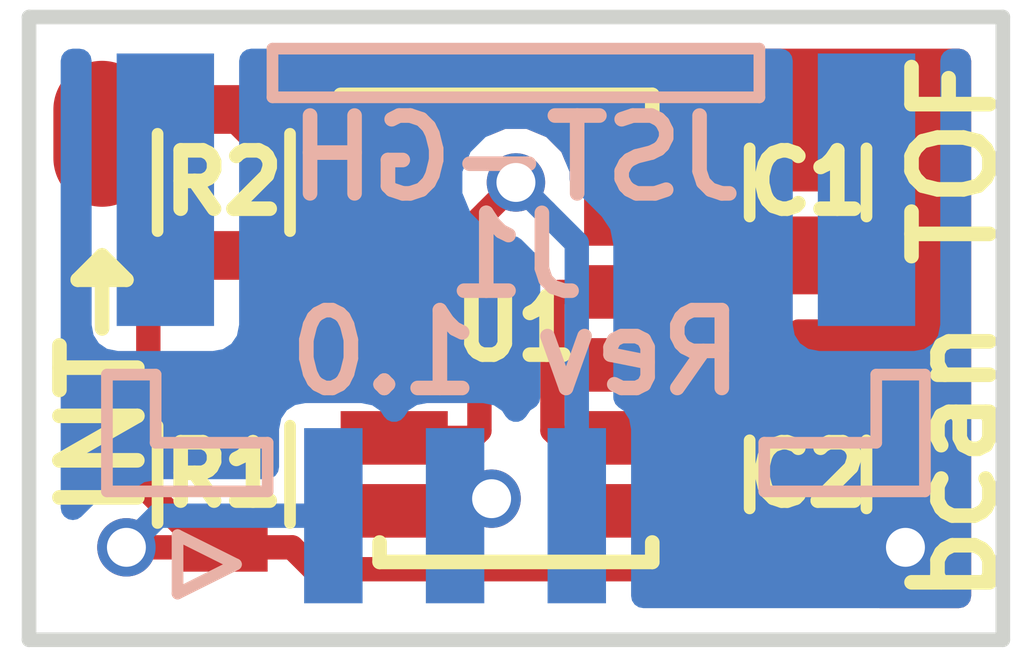
<source format=kicad_pcb>
(kicad_pcb (version 4) (host pcbnew 4.0.6)

  (general
    (links 15)
    (no_connects 0)
    (area 144.407143 94.7 155.575 104.575)
    (thickness 0.8)
    (drawings 12)
    (tracks 57)
    (zones 0)
    (modules 7)
    (nets 11)
  )

  (page A4)
  (title_block
    (title "TOF Sensor")
    (date 2017-03-22)
    (rev 1.0)
    (company "ECE 445")
  )

  (layers
    (0 F.Cu signal)
    (31 B.Cu signal)
    (32 B.Adhes user)
    (33 F.Adhes user)
    (34 B.Paste user)
    (35 F.Paste user)
    (36 B.SilkS user)
    (37 F.SilkS user)
    (38 B.Mask user)
    (39 F.Mask user)
    (40 Dwgs.User user)
    (41 Cmts.User user)
    (42 Eco1.User user)
    (43 Eco2.User user)
    (44 Edge.Cuts user)
    (45 Margin user)
    (46 B.CrtYd user)
    (47 F.CrtYd user)
    (48 B.Fab user hide)
    (49 F.Fab user hide)
  )

  (setup
    (last_trace_width 0.25)
    (trace_clearance 0.2)
    (zone_clearance 0.25)
    (zone_45_only no)
    (trace_min 0.2)
    (segment_width 0.2)
    (edge_width 0.15)
    (via_size 0.6)
    (via_drill 0.4)
    (via_min_size 0.4)
    (via_min_drill 0.3)
    (uvia_size 0.3)
    (uvia_drill 0.1)
    (uvias_allowed no)
    (uvia_min_size 0.2)
    (uvia_min_drill 0.1)
    (pcb_text_width 0.3)
    (pcb_text_size 1.5 1.5)
    (mod_edge_width 0.15)
    (mod_text_size 1 1)
    (mod_text_width 0.15)
    (pad_size 1 1.5)
    (pad_drill 0)
    (pad_to_mask_clearance 0.2)
    (aux_axis_origin 0 0)
    (visible_elements FFFFFF7F)
    (pcbplotparams
      (layerselection 0x010f0_80000001)
      (usegerberextensions true)
      (excludeedgelayer true)
      (linewidth 0.100000)
      (plotframeref false)
      (viasonmask false)
      (mode 1)
      (useauxorigin false)
      (hpglpennumber 1)
      (hpglpenspeed 20)
      (hpglpendiameter 15)
      (hpglpenoverlay 2)
      (psnegative false)
      (psa4output false)
      (plotreference true)
      (plotvalue true)
      (plotinvisibletext false)
      (padsonsilk false)
      (subtractmaskfromsilk false)
      (outputformat 1)
      (mirror false)
      (drillshape 0)
      (scaleselection 1)
      (outputdirectory gerbers))
  )

  (net 0 "")
  (net 1 +2V8)
  (net 2 GND)
  (net 3 /SDA)
  (net 4 /SCL)
  (net 5 "Net-(R1-Pad2)")
  (net 6 /INT)
  (net 7 "Net-(U1-Pad2)")
  (net 8 "Net-(U1-Pad3)")
  (net 9 "Net-(U1-Pad7)")
  (net 10 "Net-(U1-Pad11)")

  (net_class Default "This is the default net class."
    (clearance 0.2)
    (trace_width 0.25)
    (via_dia 0.6)
    (via_drill 0.4)
    (uvia_dia 0.3)
    (uvia_drill 0.1)
    (add_net +2V8)
    (add_net /INT)
    (add_net /SCL)
    (add_net /SDA)
    (add_net GND)
    (add_net "Net-(R1-Pad2)")
    (add_net "Net-(U1-Pad11)")
    (add_net "Net-(U1-Pad2)")
    (add_net "Net-(U1-Pad3)")
    (add_net "Net-(U1-Pad7)")
  )

  (module Connectors_JST:JST_GH_BM04B-GHS-TBT_04x1.25mm_Straight (layer B.Cu) (tedit 58D2A224) (tstamp 58D1A73B)
    (at 150 100.25)
    (descr "JST GH series connector, BM04B-GHS-TBT, top entry type")
    (tags "connector jst GH SMT top vertical entry 1.25mm pitch")
    (path /58D7504A)
    (attr smd)
    (fp_text reference J1 (at 0 -1) (layer B.SilkS)
      (effects (font (size 0.8 0.8) (thickness 0.15)) (justify mirror))
    )
    (fp_text value TOF (at 0 -4.575) (layer B.Fab)
      (effects (font (size 1 1) (thickness 0.15)) (justify mirror))
    )
    (fp_text user %R (at 0 -1.825) (layer B.Fab)
      (effects (font (size 1 1) (thickness 0.15)) (justify mirror))
    )
    (fp_line (start -4.1 1.3) (end -4.1 -2.95) (layer B.Fab) (width 0.1))
    (fp_line (start -4.1 -2.95) (end 4.1 -2.95) (layer B.Fab) (width 0.1))
    (fp_line (start 4.1 -2.95) (end 4.1 1.3) (layer B.Fab) (width 0.1))
    (fp_line (start 4.1 1.3) (end -4.1 1.3) (layer B.Fab) (width 0.1))
    (fp_line (start -2.5 -3.125) (end 2.5 -3.125) (layer B.SilkS) (width 0.12))
    (fp_line (start 2.5 -3.125) (end 2.5 -2.625) (layer B.SilkS) (width 0.12))
    (fp_line (start 2.5 -2.625) (end -2.5 -2.625) (layer B.SilkS) (width 0.12))
    (fp_line (start -2.5 -2.625) (end -2.5 -3.125) (layer B.SilkS) (width 0.12))
    (fp_line (start -4.2 0.225) (end -4.2 1.425) (layer B.SilkS) (width 0.12))
    (fp_line (start -4.2 1.425) (end -2.55 1.425) (layer B.SilkS) (width 0.12))
    (fp_line (start -2.55 1.425) (end -2.55 0.925) (layer B.SilkS) (width 0.12))
    (fp_line (start -2.55 0.925) (end -3.7 0.925) (layer B.SilkS) (width 0.12))
    (fp_line (start -3.7 0.925) (end -3.7 0.225) (layer B.SilkS) (width 0.12))
    (fp_line (start -3.7 0.225) (end -4.2 0.225) (layer B.SilkS) (width 0.12))
    (fp_line (start 4.2 0.225) (end 4.2 1.425) (layer B.SilkS) (width 0.12))
    (fp_line (start 4.2 1.425) (end 2.55 1.425) (layer B.SilkS) (width 0.12))
    (fp_line (start 2.55 1.425) (end 2.55 0.925) (layer B.SilkS) (width 0.12))
    (fp_line (start 2.55 0.925) (end 3.7 0.925) (layer B.SilkS) (width 0.12))
    (fp_line (start 3.7 0.925) (end 3.7 0.225) (layer B.SilkS) (width 0.12))
    (fp_line (start 3.7 0.225) (end 4.2 0.225) (layer B.SilkS) (width 0.12))
    (fp_line (start -2.875 2.175) (end -3.475 2.475) (layer B.SilkS) (width 0.12))
    (fp_line (start -3.475 2.475) (end -3.475 1.875) (layer B.SilkS) (width 0.12))
    (fp_line (start -3.475 1.875) (end -2.875 2.175) (layer B.SilkS) (width 0.12))
    (fp_line (start -2.875 2.175) (end -3.475 2.475) (layer B.Fab) (width 0.1))
    (fp_line (start -3.475 2.475) (end -3.475 1.875) (layer B.Fab) (width 0.1))
    (fp_line (start -3.475 1.875) (end -2.875 2.175) (layer B.Fab) (width 0.1))
    (fp_line (start -2.125 -0.325) (end -2.125 -0.825) (layer B.Fab) (width 0.1))
    (fp_line (start -2.125 -0.825) (end -1.625 -0.825) (layer B.Fab) (width 0.1))
    (fp_line (start -1.625 -0.825) (end -1.625 -0.325) (layer B.Fab) (width 0.1))
    (fp_line (start -1.625 -0.325) (end -2.125 -0.325) (layer B.Fab) (width 0.1))
    (fp_line (start -0.875 -0.325) (end -0.875 -0.825) (layer B.Fab) (width 0.1))
    (fp_line (start -0.875 -0.825) (end -0.375 -0.825) (layer B.Fab) (width 0.1))
    (fp_line (start -0.375 -0.825) (end -0.375 -0.325) (layer B.Fab) (width 0.1))
    (fp_line (start -0.375 -0.325) (end -0.875 -0.325) (layer B.Fab) (width 0.1))
    (fp_line (start 0.375 -0.325) (end 0.375 -0.825) (layer B.Fab) (width 0.1))
    (fp_line (start 0.375 -0.825) (end 0.875 -0.825) (layer B.Fab) (width 0.1))
    (fp_line (start 0.875 -0.825) (end 0.875 -0.325) (layer B.Fab) (width 0.1))
    (fp_line (start 0.875 -0.325) (end 0.375 -0.325) (layer B.Fab) (width 0.1))
    (fp_line (start 1.625 -0.325) (end 1.625 -0.825) (layer B.Fab) (width 0.1))
    (fp_line (start 1.625 -0.825) (end 2.125 -0.825) (layer B.Fab) (width 0.1))
    (fp_line (start 2.125 -0.825) (end 2.125 -0.325) (layer B.Fab) (width 0.1))
    (fp_line (start 2.125 -0.325) (end 1.625 -0.325) (layer B.Fab) (width 0.1))
    (fp_line (start -4.6 3.05) (end -4.6 -3.6) (layer B.CrtYd) (width 0.05))
    (fp_line (start -4.6 -3.6) (end 4.6 -3.6) (layer B.CrtYd) (width 0.05))
    (fp_line (start 4.6 -3.6) (end 4.6 3.05) (layer B.CrtYd) (width 0.05))
    (fp_line (start 4.6 3.05) (end -4.6 3.05) (layer B.CrtYd) (width 0.05))
    (pad 1 smd rect (at -1.875 1.675) (size 0.6 1.8) (layers B.Cu B.Paste B.Mask)
      (net 1 +2V8))
    (pad 2 smd rect (at -0.625 1.675) (size 0.6 1.8) (layers B.Cu B.Paste B.Mask)
      (net 3 /SDA))
    (pad 3 smd rect (at 0.625 1.675) (size 0.6 1.8) (layers B.Cu B.Paste B.Mask)
      (net 4 /SCL))
    (pad 4 smd rect (at 1.875 1.675) (size 0.6 1.8) (layers B.Cu B.Paste B.Mask)
      (net 2 GND))
    (pad "" smd rect (at 3.6 -1.675) (size 1 2.8) (layers B.Cu B.Paste B.Mask))
    (pad "" smd rect (at -3.6 -1.675) (size 1 2.8) (layers B.Cu B.Paste B.Mask))
  )

  (module Capacitors_SMD:C_0603 (layer F.Cu) (tedit 58D1A24D) (tstamp 58D1A818)
    (at 153 98.5 90)
    (descr "Capacitor SMD 0603, reflow soldering, AVX (see smccp.pdf)")
    (tags "capacitor 0603")
    (path /58D74CFA)
    (attr smd)
    (fp_text reference C1 (at 0 0 180) (layer F.SilkS)
      (effects (font (size 0.6 0.6) (thickness 0.15)))
    )
    (fp_text value 100n (at 0 1.5 90) (layer F.Fab)
      (effects (font (size 1 1) (thickness 0.15)))
    )
    (fp_text user %R (at 0 -1.5 90) (layer F.Fab)
      (effects (font (size 1 1) (thickness 0.15)))
    )
    (fp_line (start -0.8 0.4) (end -0.8 -0.4) (layer F.Fab) (width 0.1))
    (fp_line (start 0.8 0.4) (end -0.8 0.4) (layer F.Fab) (width 0.1))
    (fp_line (start 0.8 -0.4) (end 0.8 0.4) (layer F.Fab) (width 0.1))
    (fp_line (start -0.8 -0.4) (end 0.8 -0.4) (layer F.Fab) (width 0.1))
    (fp_line (start -0.35 -0.6) (end 0.35 -0.6) (layer F.SilkS) (width 0.12))
    (fp_line (start 0.35 0.6) (end -0.35 0.6) (layer F.SilkS) (width 0.12))
    (fp_line (start -1.4 -0.65) (end 1.4 -0.65) (layer F.CrtYd) (width 0.05))
    (fp_line (start -1.4 -0.65) (end -1.4 0.65) (layer F.CrtYd) (width 0.05))
    (fp_line (start 1.4 0.65) (end 1.4 -0.65) (layer F.CrtYd) (width 0.05))
    (fp_line (start 1.4 0.65) (end -1.4 0.65) (layer F.CrtYd) (width 0.05))
    (pad 1 smd rect (at -0.75 0 90) (size 0.8 0.75) (layers F.Cu F.Paste F.Mask)
      (net 1 +2V8))
    (pad 2 smd rect (at 0.75 0 90) (size 0.8 0.75) (layers F.Cu F.Paste F.Mask)
      (net 2 GND))
    (model Capacitors_SMD.3dshapes/C_0603.wrl
      (at (xyz 0 0 0))
      (scale (xyz 1 1 1))
      (rotate (xyz 0 0 0))
    )
  )

  (module Capacitors_SMD:C_0603 (layer F.Cu) (tedit 58D1A259) (tstamp 58D1A81D)
    (at 153 101.5 90)
    (descr "Capacitor SMD 0603, reflow soldering, AVX (see smccp.pdf)")
    (tags "capacitor 0603")
    (path /58D74CCF)
    (attr smd)
    (fp_text reference C2 (at 0 0 180) (layer F.SilkS)
      (effects (font (size 0.6 0.6) (thickness 0.15)))
    )
    (fp_text value 4u7 (at 0 1.5 90) (layer F.Fab)
      (effects (font (size 1 1) (thickness 0.15)))
    )
    (fp_text user %R (at 0 -1.5 90) (layer F.Fab)
      (effects (font (size 1 1) (thickness 0.15)))
    )
    (fp_line (start -0.8 0.4) (end -0.8 -0.4) (layer F.Fab) (width 0.1))
    (fp_line (start 0.8 0.4) (end -0.8 0.4) (layer F.Fab) (width 0.1))
    (fp_line (start 0.8 -0.4) (end 0.8 0.4) (layer F.Fab) (width 0.1))
    (fp_line (start -0.8 -0.4) (end 0.8 -0.4) (layer F.Fab) (width 0.1))
    (fp_line (start -0.35 -0.6) (end 0.35 -0.6) (layer F.SilkS) (width 0.12))
    (fp_line (start 0.35 0.6) (end -0.35 0.6) (layer F.SilkS) (width 0.12))
    (fp_line (start -1.4 -0.65) (end 1.4 -0.65) (layer F.CrtYd) (width 0.05))
    (fp_line (start -1.4 -0.65) (end -1.4 0.65) (layer F.CrtYd) (width 0.05))
    (fp_line (start 1.4 0.65) (end 1.4 -0.65) (layer F.CrtYd) (width 0.05))
    (fp_line (start 1.4 0.65) (end -1.4 0.65) (layer F.CrtYd) (width 0.05))
    (pad 1 smd rect (at -0.75 0 90) (size 0.8 0.75) (layers F.Cu F.Paste F.Mask)
      (net 1 +2V8))
    (pad 2 smd rect (at 0.75 0 90) (size 0.8 0.75) (layers F.Cu F.Paste F.Mask)
      (net 2 GND))
    (model Capacitors_SMD.3dshapes/C_0603.wrl
      (at (xyz 0 0 0))
      (scale (xyz 1 1 1))
      (rotate (xyz 0 0 0))
    )
  )

  (module Resistors_SMD:R_0603 (layer F.Cu) (tedit 58D1A267) (tstamp 58D1A822)
    (at 147 101.5 90)
    (descr "Resistor SMD 0603, reflow soldering, Vishay (see dcrcw.pdf)")
    (tags "resistor 0603")
    (path /58D74BD0)
    (attr smd)
    (fp_text reference R1 (at 0 0 180) (layer F.SilkS)
      (effects (font (size 0.6 0.6) (thickness 0.15)))
    )
    (fp_text value 47k (at 0 1.5 90) (layer F.Fab)
      (effects (font (size 1 1) (thickness 0.15)))
    )
    (fp_text user %R (at 0 -1.45 90) (layer F.Fab)
      (effects (font (size 1 1) (thickness 0.15)))
    )
    (fp_line (start -0.8 0.4) (end -0.8 -0.4) (layer F.Fab) (width 0.1))
    (fp_line (start 0.8 0.4) (end -0.8 0.4) (layer F.Fab) (width 0.1))
    (fp_line (start 0.8 -0.4) (end 0.8 0.4) (layer F.Fab) (width 0.1))
    (fp_line (start -0.8 -0.4) (end 0.8 -0.4) (layer F.Fab) (width 0.1))
    (fp_line (start 0.5 0.68) (end -0.5 0.68) (layer F.SilkS) (width 0.12))
    (fp_line (start -0.5 -0.68) (end 0.5 -0.68) (layer F.SilkS) (width 0.12))
    (fp_line (start -1.25 -0.7) (end 1.25 -0.7) (layer F.CrtYd) (width 0.05))
    (fp_line (start -1.25 -0.7) (end -1.25 0.7) (layer F.CrtYd) (width 0.05))
    (fp_line (start 1.25 0.7) (end 1.25 -0.7) (layer F.CrtYd) (width 0.05))
    (fp_line (start 1.25 0.7) (end -1.25 0.7) (layer F.CrtYd) (width 0.05))
    (pad 1 smd rect (at -0.75 0 90) (size 0.5 0.9) (layers F.Cu F.Paste F.Mask)
      (net 1 +2V8))
    (pad 2 smd rect (at 0.75 0 90) (size 0.5 0.9) (layers F.Cu F.Paste F.Mask)
      (net 5 "Net-(R1-Pad2)"))
    (model Resistors_SMD.3dshapes/R_0603.wrl
      (at (xyz 0 0 0))
      (scale (xyz 1 1 1))
      (rotate (xyz 0 0 0))
    )
  )

  (module Resistors_SMD:R_0603 (layer F.Cu) (tedit 58D1A262) (tstamp 58D1A827)
    (at 147 98.5 90)
    (descr "Resistor SMD 0603, reflow soldering, Vishay (see dcrcw.pdf)")
    (tags "resistor 0603")
    (path /58D74BF4)
    (attr smd)
    (fp_text reference R2 (at 0 0 180) (layer F.SilkS)
      (effects (font (size 0.6 0.6) (thickness 0.15)))
    )
    (fp_text value 47k (at 0 1.5 90) (layer F.Fab)
      (effects (font (size 1 1) (thickness 0.15)))
    )
    (fp_text user %R (at 0 -1.45 90) (layer F.Fab)
      (effects (font (size 1 1) (thickness 0.15)))
    )
    (fp_line (start -0.8 0.4) (end -0.8 -0.4) (layer F.Fab) (width 0.1))
    (fp_line (start 0.8 0.4) (end -0.8 0.4) (layer F.Fab) (width 0.1))
    (fp_line (start 0.8 -0.4) (end 0.8 0.4) (layer F.Fab) (width 0.1))
    (fp_line (start -0.8 -0.4) (end 0.8 -0.4) (layer F.Fab) (width 0.1))
    (fp_line (start 0.5 0.68) (end -0.5 0.68) (layer F.SilkS) (width 0.12))
    (fp_line (start -0.5 -0.68) (end 0.5 -0.68) (layer F.SilkS) (width 0.12))
    (fp_line (start -1.25 -0.7) (end 1.25 -0.7) (layer F.CrtYd) (width 0.05))
    (fp_line (start -1.25 -0.7) (end -1.25 0.7) (layer F.CrtYd) (width 0.05))
    (fp_line (start 1.25 0.7) (end 1.25 -0.7) (layer F.CrtYd) (width 0.05))
    (fp_line (start 1.25 0.7) (end -1.25 0.7) (layer F.CrtYd) (width 0.05))
    (pad 1 smd rect (at -0.75 0 90) (size 0.5 0.9) (layers F.Cu F.Paste F.Mask)
      (net 1 +2V8))
    (pad 2 smd rect (at 0.75 0 90) (size 0.5 0.9) (layers F.Cu F.Paste F.Mask)
      (net 6 /INT))
    (model Resistors_SMD.3dshapes/R_0603.wrl
      (at (xyz 0 0 0))
      (scale (xyz 1 1 1))
      (rotate (xyz 0 0 0))
    )
  )

  (module bcan:VL6180X (layer F.Cu) (tedit 58D1A289) (tstamp 58D1A762)
    (at 150 100)
    (path /58D74B7C)
    (fp_text reference U1 (at 0 0) (layer F.SilkS)
      (effects (font (size 0.6 0.6) (thickness 0.15)))
    )
    (fp_text value VL6180X (at 0 3.5) (layer F.Fab)
      (effects (font (size 1 1) (thickness 0.15)))
    )
    (fp_line (start -1.4 2.4) (end -1.4 2.2) (layer F.SilkS) (width 0.15))
    (fp_line (start 1.4 2.4) (end -1.4 2.4) (layer F.SilkS) (width 0.15))
    (fp_line (start 1.4 2.2) (end 1.4 2.4) (layer F.SilkS) (width 0.15))
    (fp_line (start 1.4 -2.4) (end 1.4 -2.2) (layer F.SilkS) (width 0.15))
    (fp_line (start -1.8 -2.4) (end 1.4 -2.4) (layer F.SilkS) (width 0.15))
    (fp_line (start -1.4 -1.4) (end -0.4 -2.4) (layer F.Fab) (width 0.15))
    (fp_line (start -2 2.6) (end -2 -2.6) (layer F.CrtYd) (width 0.05))
    (fp_line (start 2 2.6) (end -2 2.6) (layer F.CrtYd) (width 0.05))
    (fp_line (start 2 -2.6) (end 2 2.6) (layer F.CrtYd) (width 0.05))
    (fp_line (start -2 -2.6) (end 2 -2.6) (layer F.CrtYd) (width 0.05))
    (fp_circle (center 0 -1.52) (end -0.15 -1.52) (layer F.Fab) (width 0.1))
    (fp_circle (center 0 -0.76) (end -0.29 -0.76) (layer F.Fab) (width 0.1))
    (fp_circle (center 0 1.8) (end -0.25 1.8) (layer F.Fab) (width 0.1))
    (fp_line (start -1.4 2.4) (end -1.4 -1.4) (layer F.Fab) (width 0.15))
    (fp_line (start 1.4 2.4) (end -1.4 2.4) (layer F.Fab) (width 0.15))
    (fp_line (start 1.4 -2.4) (end 1.4 2.4) (layer F.Fab) (width 0.15))
    (fp_line (start -0.4 -2.4) (end 1.4 -2.4) (layer F.Fab) (width 0.15))
    (pad 1 smd rect (at -1.25 -1.875) (size 1.1 0.55) (layers F.Cu F.Paste F.Mask)
      (net 6 /INT))
    (pad 2 smd rect (at -1.25 -1.125) (size 1.1 0.55) (layers F.Cu F.Paste F.Mask)
      (net 7 "Net-(U1-Pad2)"))
    (pad 3 smd rect (at -1.25 -0.375) (size 1.1 0.55) (layers F.Cu F.Paste F.Mask)
      (net 8 "Net-(U1-Pad3)"))
    (pad 4 smd rect (at -1.25 0.375) (size 1.1 0.55) (layers F.Cu F.Paste F.Mask)
      (net 5 "Net-(R1-Pad2)"))
    (pad 5 smd rect (at -1.25 1.125) (size 1.1 0.55) (layers F.Cu F.Paste F.Mask)
      (net 4 /SCL))
    (pad 6 smd rect (at -1.25 1.875) (size 1.1 0.55) (layers F.Cu F.Paste F.Mask)
      (net 3 /SDA))
    (pad 7 smd rect (at 1.25 1.875) (size 1.1 0.55) (layers F.Cu F.Paste F.Mask)
      (net 9 "Net-(U1-Pad7)"))
    (pad 8 smd rect (at 1.25 1.125) (size 1.1 0.55) (layers F.Cu F.Paste F.Mask)
      (net 1 +2V8))
    (pad 9 smd rect (at 1.25 0.375) (size 1.1 0.55) (layers F.Cu F.Paste F.Mask)
      (net 2 GND))
    (pad 10 smd rect (at 1.25 -0.375) (size 1.1 0.55) (layers F.Cu F.Paste F.Mask)
      (net 1 +2V8))
    (pad 11 smd rect (at 1.25 -1.125) (size 1.1 0.55) (layers F.Cu F.Paste F.Mask)
      (net 10 "Net-(U1-Pad11)"))
    (pad 12 smd rect (at 1.25 -1.875) (size 1.1 0.55) (layers F.Cu F.Paste F.Mask)
      (net 2 GND))
  )

  (module Measurement_Points:Measurement_Point_Square-SMD-Pad_Small (layer F.Cu) (tedit 58D2AA3D) (tstamp 58D29504)
    (at 145.75 98)
    (descr "Mesurement Point, Square, SMD Pad,  1.5mm x 1.5mm,")
    (tags "Mesurement Point Square SMD Pad 1.5x1.5mm")
    (path /58D292C9)
    (attr virtual)
    (fp_text reference J2 (at 0 -2) (layer F.SilkS) hide
      (effects (font (size 1 1) (thickness 0.15)))
    )
    (fp_text value INT (at 0 2) (layer F.Fab)
      (effects (font (size 1 1) (thickness 0.15)))
    )
    (fp_line (start -1 -1) (end 1 -1) (layer F.CrtYd) (width 0.05))
    (fp_line (start 1 -1) (end 1 1) (layer F.CrtYd) (width 0.05))
    (fp_line (start 1 1) (end -1 1) (layer F.CrtYd) (width 0.05))
    (fp_line (start -1 1) (end -1 -1) (layer F.CrtYd) (width 0.05))
    (pad 1 smd oval (at 0 0) (size 1 1.5) (layers F.Cu F.Mask)
      (net 6 /INT))
  )

  (gr_line (start 145.5 99.5) (end 146 99.5) (layer F.SilkS) (width 0.15))
  (gr_text "Rev 1.0" (at 150 100.25) (layer B.SilkS)
    (effects (font (size 0.8 0.8) (thickness 0.15)) (justify mirror))
  )
  (gr_text JST-GH (at 150 98.25) (layer B.SilkS)
    (effects (font (size 0.8 0.8) (thickness 0.15)) (justify mirror))
  )
  (gr_text "bcan TOF" (at 154.5 100 90) (layer F.SilkS)
    (effects (font (size 0.8 0.8) (thickness 0.15)))
  )
  (gr_line (start 145.75 99.25) (end 146 99.5) (layer F.SilkS) (width 0.15))
  (gr_line (start 145.75 99.25) (end 145.5 99.5) (layer F.SilkS) (width 0.15))
  (gr_line (start 145.75 100) (end 145.75 99.25) (layer F.SilkS) (width 0.15))
  (gr_text INT (at 145.75 100 90) (layer F.SilkS)
    (effects (font (size 0.8 0.8) (thickness 0.15)) (justify right))
  )
  (gr_line (start 145 103.2) (end 145 96.8) (layer Edge.Cuts) (width 0.15))
  (gr_line (start 155 103.2) (end 145 103.2) (layer Edge.Cuts) (width 0.15))
  (gr_line (start 155 96.8) (end 155 103.2) (layer Edge.Cuts) (width 0.15))
  (gr_line (start 145 96.8) (end 155 96.8) (layer Edge.Cuts) (width 0.15))

  (segment (start 151.25 101.125) (end 150.45 101.125) (width 0.25) (layer F.Cu) (net 1))
  (segment (start 150.45 101.125) (end 150.374999 101.049999) (width 0.25) (layer F.Cu) (net 1))
  (segment (start 150.374999 101.049999) (end 150.374999 99.700001) (width 0.25) (layer F.Cu) (net 1))
  (segment (start 150.374999 99.700001) (end 150.45 99.625) (width 0.25) (layer F.Cu) (net 1))
  (segment (start 150.45 99.625) (end 151.25 99.625) (width 0.25) (layer F.Cu) (net 1))
  (segment (start 146 102.25) (end 147 102.25) (width 0.25) (layer F.Cu) (net 1))
  (segment (start 148.125 101.925) (end 146.325 101.925) (width 0.25) (layer B.Cu) (net 1))
  (segment (start 146.325 101.925) (end 146 102.25) (width 0.25) (layer B.Cu) (net 1))
  (via (at 146 102.25) (size 0.6) (drill 0.4) (layers F.Cu B.Cu) (net 1))
  (segment (start 146.224999 99.825001) (end 146.224999 101.674999) (width 0.25) (layer F.Cu) (net 1))
  (segment (start 147 99.25) (end 146.8 99.25) (width 0.25) (layer F.Cu) (net 1))
  (segment (start 146.8 99.25) (end 146.224999 99.825001) (width 0.25) (layer F.Cu) (net 1))
  (segment (start 146.224999 101.674999) (end 146.8 102.25) (width 0.25) (layer F.Cu) (net 1))
  (segment (start 146.8 102.25) (end 147 102.25) (width 0.25) (layer F.Cu) (net 1))
  (segment (start 147 102.25) (end 147.7 102.25) (width 0.25) (layer F.Cu) (net 1))
  (segment (start 147.7 102.25) (end 147.925001 102.475001) (width 0.25) (layer F.Cu) (net 1))
  (segment (start 147.925001 102.475001) (end 152.149999 102.475001) (width 0.25) (layer F.Cu) (net 1))
  (segment (start 152.149999 102.475001) (end 152.375 102.25) (width 0.25) (layer F.Cu) (net 1))
  (segment (start 152.375 102.25) (end 153 102.25) (width 0.25) (layer F.Cu) (net 1))
  (segment (start 151.25 101.125) (end 151.875 101.125) (width 0.25) (layer F.Cu) (net 1))
  (segment (start 151.875 101.125) (end 153 102.25) (width 0.25) (layer F.Cu) (net 1))
  (segment (start 151.25 99.625) (end 152.625 99.625) (width 0.25) (layer F.Cu) (net 1))
  (segment (start 152.625 99.625) (end 153 99.25) (width 0.25) (layer F.Cu) (net 1))
  (segment (start 153 100.75) (end 153 100.725) (width 0.25) (layer F.Cu) (net 2))
  (segment (start 153 100.725) (end 153.700001 100.024999) (width 0.25) (layer F.Cu) (net 2))
  (segment (start 153.700001 100.024999) (end 153.700001 98.475001) (width 0.25) (layer F.Cu) (net 2))
  (segment (start 153.700001 98.475001) (end 153 97.775) (width 0.25) (layer F.Cu) (net 2))
  (segment (start 153 97.775) (end 153 97.75) (width 0.25) (layer F.Cu) (net 2))
  (segment (start 151.875 101.925) (end 153.675 101.925) (width 0.25) (layer B.Cu) (net 2))
  (segment (start 153.675 101.925) (end 154 102.25) (width 0.25) (layer B.Cu) (net 2))
  (segment (start 153 100.75) (end 154 101.75) (width 0.25) (layer F.Cu) (net 2))
  (via (at 154 102.25) (size 0.6) (drill 0.4) (layers F.Cu B.Cu) (net 2))
  (segment (start 154 101.75) (end 154 102.25) (width 0.25) (layer F.Cu) (net 2))
  (segment (start 151.25 100.375) (end 152.625 100.375) (width 0.25) (layer F.Cu) (net 2))
  (segment (start 152.625 100.375) (end 153 100.75) (width 0.25) (layer F.Cu) (net 2))
  (segment (start 151.25 98.125) (end 152.625 98.125) (width 0.25) (layer F.Cu) (net 2))
  (segment (start 152.625 98.125) (end 153 97.75) (width 0.25) (layer F.Cu) (net 2))
  (segment (start 149.75 101.75) (end 149.55 101.75) (width 0.25) (layer B.Cu) (net 3))
  (segment (start 149.55 101.75) (end 149.375 101.925) (width 0.25) (layer B.Cu) (net 3))
  (segment (start 148.75 101.875) (end 149.625 101.875) (width 0.25) (layer F.Cu) (net 3))
  (segment (start 149.625 101.875) (end 149.75 101.75) (width 0.25) (layer F.Cu) (net 3))
  (via (at 149.75 101.75) (size 0.6) (drill 0.4) (layers F.Cu B.Cu) (net 3))
  (segment (start 149.700001 98.799999) (end 150 98.5) (width 0.25) (layer F.Cu) (net 4))
  (segment (start 149.55 101.125) (end 149.625001 101.049999) (width 0.25) (layer F.Cu) (net 4))
  (segment (start 148.75 101.125) (end 149.55 101.125) (width 0.25) (layer F.Cu) (net 4))
  (segment (start 149.625001 98.874999) (end 149.700001 98.799999) (width 0.25) (layer F.Cu) (net 4))
  (segment (start 149.625001 101.049999) (end 149.625001 98.874999) (width 0.25) (layer F.Cu) (net 4))
  (segment (start 150.299999 98.799999) (end 150 98.5) (width 0.25) (layer B.Cu) (net 4))
  (segment (start 150.625 99.125) (end 150.299999 98.799999) (width 0.25) (layer B.Cu) (net 4))
  (segment (start 150.625 101.925) (end 150.625 99.125) (width 0.25) (layer B.Cu) (net 4))
  (via (at 150 98.5) (size 0.6) (drill 0.4) (layers F.Cu B.Cu) (net 4))
  (segment (start 147 100.75) (end 147.375 100.375) (width 0.25) (layer F.Cu) (net 5))
  (segment (start 147.375 100.375) (end 148.75 100.375) (width 0.25) (layer F.Cu) (net 5))
  (segment (start 147 97.75) (end 146 97.75) (width 0.25) (layer F.Cu) (net 6))
  (segment (start 146 97.75) (end 145.75 98) (width 0.25) (layer F.Cu) (net 6))
  (segment (start 148.75 98.125) (end 147.375 98.125) (width 0.25) (layer F.Cu) (net 6))
  (segment (start 147.375 98.125) (end 147 97.75) (width 0.25) (layer F.Cu) (net 6))

  (zone (net 2) (net_name GND) (layer B.Cu) (tstamp 0) (hatch edge 0.508)
    (connect_pads yes (clearance 0.25))
    (min_thickness 0.25)
    (fill yes (arc_segments 16) (thermal_gap 0.25) (thermal_bridge_width 0.5))
    (polygon
      (pts
        (xy 145 97) (xy 155 97) (xy 155 103) (xy 145 103)
      )
    )
    (filled_polygon
      (pts
        (xy 145.517654 99.975) (xy 145.543802 100.113966) (xy 145.625931 100.241599) (xy 145.751246 100.327223) (xy 145.9 100.357346)
        (xy 146.9 100.357346) (xy 147.038966 100.331198) (xy 147.166599 100.249069) (xy 147.252223 100.123754) (xy 147.282346 99.975)
        (xy 147.282346 97.25) (xy 152.717654 97.25) (xy 152.717654 99.975) (xy 152.743802 100.113966) (xy 152.825931 100.241599)
        (xy 152.951246 100.327223) (xy 153.1 100.357346) (xy 154.1 100.357346) (xy 154.238966 100.331198) (xy 154.366599 100.249069)
        (xy 154.452223 100.123754) (xy 154.482346 99.975) (xy 154.482346 97.25) (xy 154.55 97.25) (xy 154.55 102.75)
        (xy 151.307346 102.75) (xy 151.307346 101.025) (xy 151.281198 100.886034) (xy 151.199069 100.758401) (xy 151.125 100.707792)
        (xy 151.125 99.125) (xy 151.08694 98.933658) (xy 151.052995 98.882856) (xy 150.978554 98.771447) (xy 150.675028 98.467922)
        (xy 150.675117 98.366323) (xy 150.572571 98.118143) (xy 150.382856 97.928097) (xy 150.134855 97.825117) (xy 149.866323 97.824883)
        (xy 149.618143 97.927429) (xy 149.428097 98.117144) (xy 149.325117 98.365145) (xy 149.324883 98.633677) (xy 149.427429 98.881857)
        (xy 149.617144 99.071903) (xy 149.865145 99.174883) (xy 149.967866 99.174973) (xy 150.125 99.332107) (xy 150.125 100.708076)
        (xy 150.058401 100.750931) (xy 149.99962 100.83696) (xy 149.949069 100.758401) (xy 149.823754 100.672777) (xy 149.675 100.642654)
        (xy 149.075 100.642654) (xy 148.936034 100.668802) (xy 148.808401 100.750931) (xy 148.74962 100.83696) (xy 148.699069 100.758401)
        (xy 148.573754 100.672777) (xy 148.425 100.642654) (xy 147.825 100.642654) (xy 147.686034 100.668802) (xy 147.558401 100.750931)
        (xy 147.472777 100.876246) (xy 147.442654 101.025) (xy 147.442654 101.425) (xy 146.325 101.425) (xy 146.133658 101.46306)
        (xy 145.971446 101.571447) (xy 145.967921 101.574972) (xy 145.866323 101.574883) (xy 145.618143 101.677429) (xy 145.45 101.845279)
        (xy 145.45 97.25) (xy 145.517654 97.25)
      )
    )
  )
  (zone (net 2) (net_name GND) (layer F.Cu) (tstamp 58D28FCA) (hatch edge 0.508)
    (priority 1)
    (connect_pads yes (clearance 0.25))
    (min_thickness 0.25)
    (fill yes (arc_segments 16) (thermal_gap 0.25) (thermal_bridge_width 0.5))
    (polygon
      (pts
        (xy 145 97) (xy 155 97) (xy 155 103) (xy 145 103)
      )
    )
    (filled_polygon
      (pts
        (xy 154.55 102.75) (xy 153.737096 102.75) (xy 153.757346 102.65) (xy 153.757346 101.85) (xy 153.731198 101.711034)
        (xy 153.649069 101.583401) (xy 153.523754 101.497777) (xy 153.375 101.467654) (xy 152.924761 101.467654) (xy 152.228553 100.771447)
        (xy 152.158795 100.724836) (xy 152.156198 100.711034) (xy 152.074069 100.583401) (xy 151.948754 100.497777) (xy 151.8 100.467654)
        (xy 150.874999 100.467654) (xy 150.874999 100.282346) (xy 151.8 100.282346) (xy 151.938966 100.256198) (xy 152.066599 100.174069)
        (xy 152.100126 100.125) (xy 152.625 100.125) (xy 152.816342 100.08694) (xy 152.898047 100.032346) (xy 153.375 100.032346)
        (xy 153.513966 100.006198) (xy 153.641599 99.924069) (xy 153.727223 99.798754) (xy 153.757346 99.65) (xy 153.757346 98.85)
        (xy 153.731198 98.711034) (xy 153.649069 98.583401) (xy 153.523754 98.497777) (xy 153.375 98.467654) (xy 152.625 98.467654)
        (xy 152.486034 98.493802) (xy 152.358401 98.575931) (xy 152.272777 98.701246) (xy 152.242654 98.85) (xy 152.242654 99.125)
        (xy 152.182346 99.125) (xy 152.182346 98.6) (xy 152.156198 98.461034) (xy 152.074069 98.333401) (xy 151.948754 98.247777)
        (xy 151.8 98.217654) (xy 150.7 98.217654) (xy 150.619915 98.232723) (xy 150.572571 98.118143) (xy 150.382856 97.928097)
        (xy 150.134855 97.825117) (xy 149.866323 97.824883) (xy 149.682346 97.900901) (xy 149.682346 97.85) (xy 149.656198 97.711034)
        (xy 149.574069 97.583401) (xy 149.448754 97.497777) (xy 149.3 97.467654) (xy 148.2 97.467654) (xy 148.061034 97.493802)
        (xy 147.933401 97.575931) (xy 147.899874 97.625) (xy 147.832346 97.625) (xy 147.832346 97.5) (xy 147.806198 97.361034)
        (xy 147.73475 97.25) (xy 154.55 97.25)
      )
    )
  )
)

</source>
